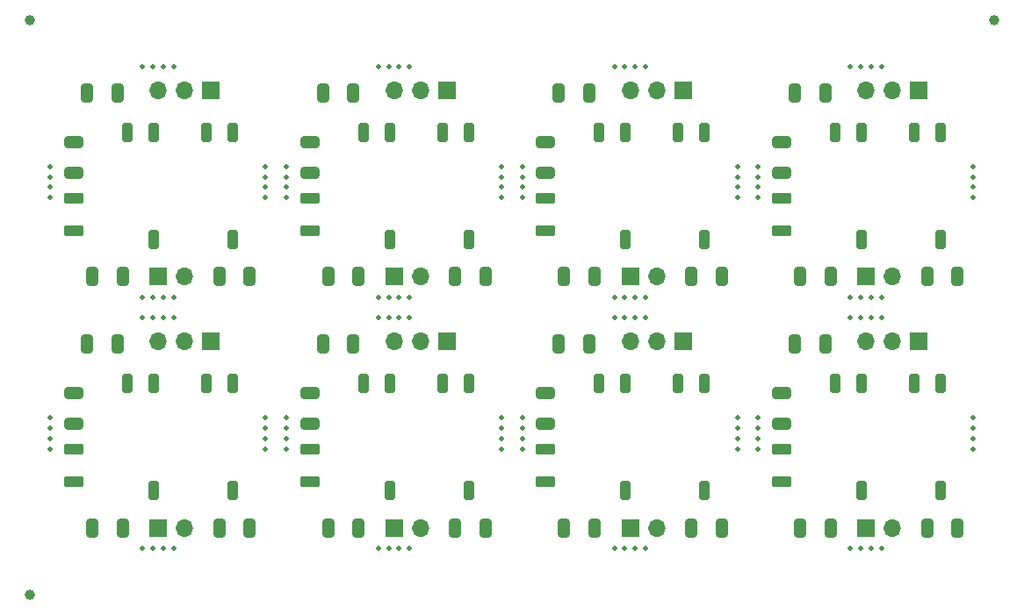
<source format=gbr>
%TF.GenerationSoftware,KiCad,Pcbnew,8.0.6*%
%TF.CreationDate,2024-11-11T11:34:17+07:00*%
%TF.ProjectId,HV-BOARD - pannel,48562d42-4f41-4524-9420-2d2070616e6e,rev?*%
%TF.SameCoordinates,Original*%
%TF.FileFunction,Soldermask,Top*%
%TF.FilePolarity,Negative*%
%FSLAX46Y46*%
G04 Gerber Fmt 4.6, Leading zero omitted, Abs format (unit mm)*
G04 Created by KiCad (PCBNEW 8.0.6) date 2024-11-11 11:34:17*
%MOMM*%
%LPD*%
G01*
G04 APERTURE LIST*
G04 Aperture macros list*
%AMRoundRect*
0 Rectangle with rounded corners*
0 $1 Rounding radius*
0 $2 $3 $4 $5 $6 $7 $8 $9 X,Y pos of 4 corners*
0 Add a 4 corners polygon primitive as box body*
4,1,4,$2,$3,$4,$5,$6,$7,$8,$9,$2,$3,0*
0 Add four circle primitives for the rounded corners*
1,1,$1+$1,$2,$3*
1,1,$1+$1,$4,$5*
1,1,$1+$1,$6,$7*
1,1,$1+$1,$8,$9*
0 Add four rect primitives between the rounded corners*
20,1,$1+$1,$2,$3,$4,$5,0*
20,1,$1+$1,$4,$5,$6,$7,0*
20,1,$1+$1,$6,$7,$8,$9,0*
20,1,$1+$1,$8,$9,$2,$3,0*%
G04 Aperture macros list end*
%ADD10C,0.500000*%
%ADD11RoundRect,0.250000X0.250000X0.675000X-0.250000X0.675000X-0.250000X-0.675000X0.250000X-0.675000X0*%
%ADD12RoundRect,0.250000X-0.325000X-0.650000X0.325000X-0.650000X0.325000X0.650000X-0.325000X0.650000X0*%
%ADD13RoundRect,0.250000X0.325000X0.650000X-0.325000X0.650000X-0.325000X-0.650000X0.325000X-0.650000X0*%
%ADD14RoundRect,0.250000X-0.650000X0.325000X-0.650000X-0.325000X0.650000X-0.325000X0.650000X0.325000X0*%
%ADD15RoundRect,0.250000X0.700000X-0.275000X0.700000X0.275000X-0.700000X0.275000X-0.700000X-0.275000X0*%
%ADD16C,1.000000*%
%ADD17R,1.700000X1.700000*%
%ADD18O,1.700000X1.700000*%
G04 APERTURE END LIST*
D10*
%TO.C,KiKit_MB_7_4*%
X41624998Y-7000001D03*
%TD*%
%TO.C,KiKit_MB_3_2*%
X16875000Y-7000001D03*
%TD*%
%TO.C,KiKit_MB_25_1*%
X52499998Y-43875000D03*
%TD*%
D11*
%TO.C,B1*%
X70079996Y-37575001D03*
X67539996Y-37575001D03*
X62459996Y-37575001D03*
X59919996Y-37575001D03*
X62459996Y-47925001D03*
X70079996Y-47925001D03*
%TD*%
D10*
%TO.C,KiKit_MB_16_3*%
X85124996Y-29250000D03*
%TD*%
%TO.C,KiKit_MB_30_4*%
X95999995Y-43875000D03*
%TD*%
D12*
%TO.C,C10*%
X33774997Y-51500001D03*
X36724997Y-51500001D03*
%TD*%
%TO.C,C12*%
X33274997Y-9500001D03*
X36224997Y-9500001D03*
%TD*%
D13*
%TO.C,C13*%
X48974997Y-51500001D03*
X46024997Y-51500001D03*
%TD*%
D10*
%TO.C,KiKit_MB_16_2*%
X86124996Y-29250000D03*
%TD*%
%TO.C,KiKit_MB_3_1*%
X15875000Y-7000001D03*
%TD*%
%TO.C,KiKit_MB_31_2*%
X85124996Y-31250000D03*
%TD*%
%TO.C,KiKit_MB_10_4*%
X73249996Y-19625000D03*
%TD*%
%TO.C,KiKit_MB_30_3*%
X95999995Y-42875000D03*
%TD*%
D14*
%TO.C,C11*%
X9249998Y-38525001D03*
X9249998Y-41475001D03*
%TD*%
D10*
%TO.C,KiKit_MB_4_3*%
X16875000Y-29250000D03*
%TD*%
%TO.C,KiKit_MB_12_3*%
X62374997Y-29250000D03*
%TD*%
%TO.C,KiKit_MB_26_3*%
X73249996Y-42875000D03*
%TD*%
%TO.C,KiKit_MB_29_2*%
X75249997Y-42875000D03*
%TD*%
%TO.C,KiKit_MB_6_3*%
X50499997Y-18625000D03*
%TD*%
D15*
%TO.C,L1*%
X54749996Y-22825001D03*
X54749996Y-19675001D03*
%TD*%
D11*
%TO.C,B1*%
X92829995Y-13325001D03*
X90289995Y-13325001D03*
X85209995Y-13325001D03*
X82669995Y-13325001D03*
X85209995Y-23675001D03*
X92829995Y-23675001D03*
%TD*%
D12*
%TO.C,C12*%
X10524998Y-33750001D03*
X13474998Y-33750001D03*
%TD*%
D10*
%TO.C,KiKit_MB_17_1*%
X7000001Y-43875000D03*
%TD*%
%TO.C,KiKit_MB_3_3*%
X17874999Y-7000001D03*
%TD*%
%TO.C,KiKit_MB_24_3*%
X39624998Y-53500000D03*
%TD*%
%TO.C,KiKit_MB_11_4*%
X64374997Y-7000001D03*
%TD*%
%TO.C,KiKit_MB_25_4*%
X52499998Y-40875000D03*
%TD*%
D13*
%TO.C,C13*%
X71724996Y-27250001D03*
X68774996Y-27250001D03*
%TD*%
D10*
%TO.C,KiKit_MB_18_1*%
X27749998Y-40875000D03*
%TD*%
%TO.C,KiKit_MB_25_2*%
X52499998Y-42875000D03*
%TD*%
%TO.C,KiKit_MB_29_4*%
X75249997Y-40875000D03*
%TD*%
%TO.C,KiKit_MB_22_3*%
X50499997Y-42875000D03*
%TD*%
%TO.C,KiKit_MB_4_4*%
X15875000Y-29250000D03*
%TD*%
%TO.C,KiKit_MB_8_2*%
X40624998Y-29250000D03*
%TD*%
%TO.C,KiKit_MB_27_1*%
X61374997Y-31250000D03*
%TD*%
D12*
%TO.C,C10*%
X11024998Y-51500001D03*
X13974998Y-51500001D03*
%TD*%
D15*
%TO.C,L1*%
X9249998Y-22825001D03*
X9249998Y-19675001D03*
%TD*%
D10*
%TO.C,KiKit_MB_19_2*%
X16875000Y-31250000D03*
%TD*%
%TO.C,KiKit_MB_27_3*%
X63374997Y-31250000D03*
%TD*%
D11*
%TO.C,B1*%
X47329997Y-13325001D03*
X44789997Y-13325001D03*
X39709997Y-13325001D03*
X37169997Y-13325001D03*
X39709997Y-23675001D03*
X47329997Y-23675001D03*
%TD*%
D10*
%TO.C,KiKit_MB_24_1*%
X41624998Y-53500000D03*
%TD*%
%TO.C,KiKit_MB_21_1*%
X29749999Y-43875000D03*
%TD*%
%TO.C,KiKit_MB_14_1*%
X95999995Y-16625001D03*
%TD*%
%TO.C,KiKit_MB_19_1*%
X15875000Y-31250000D03*
%TD*%
%TO.C,KiKit_MB_8_3*%
X39624998Y-29250000D03*
%TD*%
D12*
%TO.C,C12*%
X33274997Y-33750001D03*
X36224997Y-33750001D03*
%TD*%
D10*
%TO.C,KiKit_MB_15_2*%
X85124996Y-7000001D03*
%TD*%
%TO.C,KiKit_MB_11_3*%
X63374997Y-7000001D03*
%TD*%
D14*
%TO.C,C11*%
X31999997Y-14275001D03*
X31999997Y-17225001D03*
%TD*%
D13*
%TO.C,C13*%
X94474995Y-27250001D03*
X91524995Y-27250001D03*
%TD*%
D10*
%TO.C,KiKit_MB_5_4*%
X29749999Y-16625001D03*
%TD*%
D12*
%TO.C,C12*%
X56024996Y-9500001D03*
X58974996Y-9500001D03*
%TD*%
D10*
%TO.C,KiKit_MB_19_4*%
X18874999Y-31250000D03*
%TD*%
D12*
%TO.C,C10*%
X56524996Y-51500001D03*
X59474996Y-51500001D03*
%TD*%
D10*
%TO.C,KiKit_MB_23_2*%
X39624998Y-31250000D03*
%TD*%
%TO.C,KiKit_MB_29_1*%
X75249997Y-43875000D03*
%TD*%
%TO.C,KiKit_MB_4_1*%
X18874999Y-29250000D03*
%TD*%
%TO.C,KiKit_MB_24_4*%
X38624998Y-53500000D03*
%TD*%
D11*
%TO.C,B1*%
X24579998Y-37575001D03*
X22039998Y-37575001D03*
X16959998Y-37575001D03*
X14419998Y-37575001D03*
X16959998Y-47925001D03*
X24579998Y-47925001D03*
%TD*%
D10*
%TO.C,KiKit_MB_1_4*%
X7000001Y-16625001D03*
%TD*%
D14*
%TO.C,C11*%
X77499995Y-14275001D03*
X77499995Y-17225001D03*
%TD*%
D10*
%TO.C,KiKit_MB_20_4*%
X15875000Y-53500000D03*
%TD*%
%TO.C,KiKit_MB_31_1*%
X84124996Y-31250000D03*
%TD*%
D12*
%TO.C,C10*%
X33774997Y-27250001D03*
X36724997Y-27250001D03*
%TD*%
D10*
%TO.C,KiKit_MB_13_4*%
X75249997Y-16625001D03*
%TD*%
%TO.C,KiKit_MB_1_3*%
X7000001Y-17625001D03*
%TD*%
%TO.C,KiKit_MB_23_1*%
X38624998Y-31250000D03*
%TD*%
%TO.C,KiKit_MB_10_2*%
X73249996Y-17625001D03*
%TD*%
%TO.C,KiKit_MB_11_2*%
X62374997Y-7000001D03*
%TD*%
D14*
%TO.C,C11*%
X77499995Y-38525001D03*
X77499995Y-41475001D03*
%TD*%
D12*
%TO.C,C12*%
X78774995Y-9500001D03*
X81724995Y-9500001D03*
%TD*%
D10*
%TO.C,KiKit_MB_14_2*%
X95999995Y-17625001D03*
%TD*%
D13*
%TO.C,C13*%
X71724996Y-51500001D03*
X68774996Y-51500001D03*
%TD*%
D10*
%TO.C,KiKit_MB_30_2*%
X95999995Y-41875000D03*
%TD*%
D13*
%TO.C,C13*%
X94474995Y-51500001D03*
X91524995Y-51500001D03*
%TD*%
D10*
%TO.C,KiKit_MB_14_4*%
X95999995Y-19625000D03*
%TD*%
%TO.C,KiKit_MB_16_1*%
X87124996Y-29250000D03*
%TD*%
D12*
%TO.C,C12*%
X78774995Y-33750001D03*
X81724995Y-33750001D03*
%TD*%
D10*
%TO.C,KiKit_MB_9_1*%
X52499998Y-19625000D03*
%TD*%
%TO.C,KiKit_MB_22_1*%
X50499997Y-40875000D03*
%TD*%
%TO.C,KiKit_MB_7_2*%
X39624998Y-7000001D03*
%TD*%
D13*
%TO.C,C13*%
X48974997Y-27250001D03*
X46024997Y-27250001D03*
%TD*%
D15*
%TO.C,L1*%
X31999997Y-22825001D03*
X31999997Y-19675001D03*
%TD*%
D10*
%TO.C,KiKit_MB_8_4*%
X38624998Y-29250000D03*
%TD*%
%TO.C,KiKit_MB_28_3*%
X62374997Y-53500000D03*
%TD*%
%TO.C,KiKit_MB_10_1*%
X73249996Y-16625001D03*
%TD*%
%TO.C,KiKit_MB_9_4*%
X52499998Y-16625001D03*
%TD*%
D12*
%TO.C,C10*%
X11024998Y-27250001D03*
X13974998Y-27250001D03*
%TD*%
D10*
%TO.C,KiKit_MB_17_2*%
X7000001Y-42875000D03*
%TD*%
D14*
%TO.C,C11*%
X54749996Y-14275001D03*
X54749996Y-17225001D03*
%TD*%
D10*
%TO.C,KiKit_MB_2_3*%
X27749998Y-18625000D03*
%TD*%
%TO.C,KiKit_MB_21_3*%
X29749999Y-41875000D03*
%TD*%
D12*
%TO.C,C12*%
X10524998Y-9500001D03*
X13474998Y-9500001D03*
%TD*%
D10*
%TO.C,KiKit_MB_17_3*%
X7000001Y-41875000D03*
%TD*%
%TO.C,KiKit_MB_7_1*%
X38624998Y-7000001D03*
%TD*%
%TO.C,KiKit_MB_5_2*%
X29749999Y-18625000D03*
%TD*%
%TO.C,KiKit_MB_15_3*%
X86124996Y-7000001D03*
%TD*%
%TO.C,KiKit_MB_10_3*%
X73249996Y-18625000D03*
%TD*%
%TO.C,KiKit_MB_20_2*%
X17874999Y-53500000D03*
%TD*%
%TO.C,KiKit_MB_31_4*%
X87124996Y-31250000D03*
%TD*%
D15*
%TO.C,L1*%
X31999997Y-47075001D03*
X31999997Y-43925001D03*
%TD*%
D10*
%TO.C,KiKit_MB_1_2*%
X7000001Y-18625000D03*
%TD*%
%TO.C,KiKit_MB_22_4*%
X50499997Y-43875000D03*
%TD*%
%TO.C,KiKit_MB_31_3*%
X86124996Y-31250000D03*
%TD*%
%TO.C,KiKit_MB_27_2*%
X62374997Y-31250000D03*
%TD*%
D12*
%TO.C,C10*%
X56524996Y-27250001D03*
X59474996Y-27250001D03*
%TD*%
D16*
%TO.C,KiKit_FID_T_2*%
X97999995Y-2500000D03*
%TD*%
D10*
%TO.C,KiKit_MB_2_4*%
X27749998Y-19625000D03*
%TD*%
%TO.C,KiKit_MB_7_3*%
X40624998Y-7000001D03*
%TD*%
%TO.C,KiKit_MB_13_2*%
X75249997Y-18625000D03*
%TD*%
%TO.C,KiKit_MB_15_1*%
X84124996Y-7000001D03*
%TD*%
D12*
%TO.C,C10*%
X79274995Y-51500001D03*
X82224995Y-51500001D03*
%TD*%
D10*
%TO.C,KiKit_MB_5_3*%
X29749999Y-17625001D03*
%TD*%
%TO.C,KiKit_MB_12_1*%
X64374997Y-29250000D03*
%TD*%
%TO.C,KiKit_MB_32_4*%
X84124996Y-53500000D03*
%TD*%
D11*
%TO.C,B1*%
X47329997Y-37575001D03*
X44789997Y-37575001D03*
X39709997Y-37575001D03*
X37169997Y-37575001D03*
X39709997Y-47925001D03*
X47329997Y-47925001D03*
%TD*%
D10*
%TO.C,KiKit_MB_1_1*%
X7000001Y-19625000D03*
%TD*%
%TO.C,KiKit_MB_3_4*%
X18874999Y-7000001D03*
%TD*%
%TO.C,KiKit_MB_12_4*%
X61374997Y-29250000D03*
%TD*%
%TO.C,KiKit_MB_26_4*%
X73249996Y-43875000D03*
%TD*%
%TO.C,KiKit_MB_21_4*%
X29749999Y-40875000D03*
%TD*%
%TO.C,KiKit_MB_32_1*%
X87124996Y-53500000D03*
%TD*%
D16*
%TO.C,KiKit_FID_T_1*%
X5000000Y-2500000D03*
%TD*%
D10*
%TO.C,KiKit_MB_27_4*%
X64374997Y-31250000D03*
%TD*%
%TO.C,KiKit_MB_18_3*%
X27749998Y-42875000D03*
%TD*%
D13*
%TO.C,C13*%
X26224998Y-27250001D03*
X23274998Y-27250001D03*
%TD*%
D10*
%TO.C,KiKit_MB_29_3*%
X75249997Y-41875000D03*
%TD*%
%TO.C,KiKit_MB_30_1*%
X95999995Y-40875000D03*
%TD*%
%TO.C,KiKit_MB_20_1*%
X18874999Y-53500000D03*
%TD*%
%TO.C,KiKit_MB_19_3*%
X17874999Y-31250000D03*
%TD*%
%TO.C,KiKit_MB_5_1*%
X29749999Y-19625000D03*
%TD*%
%TO.C,KiKit_MB_11_1*%
X61374997Y-7000001D03*
%TD*%
%TO.C,KiKit_MB_28_1*%
X64374997Y-53500000D03*
%TD*%
%TO.C,KiKit_MB_22_2*%
X50499997Y-41875000D03*
%TD*%
%TO.C,KiKit_MB_26_2*%
X73249996Y-41875000D03*
%TD*%
%TO.C,KiKit_MB_4_2*%
X17874999Y-29250000D03*
%TD*%
D15*
%TO.C,L1*%
X77499995Y-47075001D03*
X77499995Y-43925001D03*
%TD*%
D10*
%TO.C,KiKit_MB_9_3*%
X52499998Y-17625001D03*
%TD*%
%TO.C,KiKit_MB_6_4*%
X50499997Y-19625000D03*
%TD*%
%TO.C,KiKit_MB_13_3*%
X75249997Y-17625001D03*
%TD*%
D15*
%TO.C,L1*%
X9249998Y-47075001D03*
X9249998Y-43925001D03*
%TD*%
D10*
%TO.C,KiKit_MB_32_2*%
X86124996Y-53500000D03*
%TD*%
%TO.C,KiKit_MB_15_4*%
X87124996Y-7000001D03*
%TD*%
%TO.C,KiKit_MB_26_1*%
X73249996Y-40875000D03*
%TD*%
%TO.C,KiKit_MB_13_1*%
X75249997Y-19625000D03*
%TD*%
%TO.C,KiKit_MB_2_2*%
X27749998Y-17625001D03*
%TD*%
%TO.C,KiKit_MB_17_4*%
X7000001Y-40875000D03*
%TD*%
%TO.C,KiKit_MB_9_2*%
X52499998Y-18625000D03*
%TD*%
D11*
%TO.C,B1*%
X92829995Y-37575001D03*
X90289995Y-37575001D03*
X85209995Y-37575001D03*
X82669995Y-37575001D03*
X85209995Y-47925001D03*
X92829995Y-47925001D03*
%TD*%
D10*
%TO.C,KiKit_MB_14_3*%
X95999995Y-18625000D03*
%TD*%
D12*
%TO.C,C10*%
X79274995Y-27250001D03*
X82224995Y-27250001D03*
%TD*%
D10*
%TO.C,KiKit_MB_24_2*%
X40624998Y-53500000D03*
%TD*%
%TO.C,KiKit_MB_6_2*%
X50499997Y-17625001D03*
%TD*%
%TO.C,KiKit_MB_6_1*%
X50499997Y-16625001D03*
%TD*%
%TO.C,KiKit_MB_2_1*%
X27749998Y-16625001D03*
%TD*%
%TO.C,KiKit_MB_32_3*%
X85124996Y-53500000D03*
%TD*%
%TO.C,KiKit_MB_16_4*%
X84124996Y-29250000D03*
%TD*%
%TO.C,KiKit_MB_28_4*%
X61374997Y-53500000D03*
%TD*%
%TO.C,KiKit_MB_20_3*%
X16875000Y-53500000D03*
%TD*%
D12*
%TO.C,C12*%
X56024996Y-33750001D03*
X58974996Y-33750001D03*
%TD*%
D10*
%TO.C,KiKit_MB_12_2*%
X63374997Y-29250000D03*
%TD*%
%TO.C,KiKit_MB_8_1*%
X41624998Y-29250000D03*
%TD*%
D14*
%TO.C,C11*%
X31999997Y-38525001D03*
X31999997Y-41475001D03*
%TD*%
D10*
%TO.C,KiKit_MB_18_4*%
X27749998Y-43875000D03*
%TD*%
%TO.C,KiKit_MB_18_2*%
X27749998Y-41875000D03*
%TD*%
D14*
%TO.C,C11*%
X54749996Y-38525001D03*
X54749996Y-41475001D03*
%TD*%
D10*
%TO.C,KiKit_MB_25_3*%
X52499998Y-41875000D03*
%TD*%
D13*
%TO.C,C13*%
X26224998Y-51500001D03*
X23274998Y-51500001D03*
%TD*%
D10*
%TO.C,KiKit_MB_28_2*%
X63374997Y-53500000D03*
%TD*%
D11*
%TO.C,B1*%
X24579998Y-13325001D03*
X22039998Y-13325001D03*
X16959998Y-13325001D03*
X14419998Y-13325001D03*
X16959998Y-23675001D03*
X24579998Y-23675001D03*
%TD*%
D10*
%TO.C,KiKit_MB_23_3*%
X40624998Y-31250000D03*
%TD*%
D16*
%TO.C,KiKit_FID_T_3*%
X5000000Y-58000001D03*
%TD*%
D10*
%TO.C,KiKit_MB_21_2*%
X29749999Y-42875000D03*
%TD*%
%TO.C,KiKit_MB_23_4*%
X41624998Y-31250000D03*
%TD*%
D15*
%TO.C,L1*%
X77499995Y-22825001D03*
X77499995Y-19675001D03*
%TD*%
%TO.C,L1*%
X54749996Y-47075001D03*
X54749996Y-43925001D03*
%TD*%
D11*
%TO.C,B1*%
X70079996Y-13325001D03*
X67539996Y-13325001D03*
X62459996Y-13325001D03*
X59919996Y-13325001D03*
X62459996Y-23675001D03*
X70079996Y-23675001D03*
%TD*%
D14*
%TO.C,C11*%
X9249998Y-14275001D03*
X9249998Y-17225001D03*
%TD*%
D17*
%TO.C,J5*%
X90749995Y-33500001D03*
D18*
X88209995Y-33500001D03*
X85669995Y-33500001D03*
%TD*%
D17*
%TO.C,J5*%
X22499998Y-9250001D03*
D18*
X19959998Y-9250001D03*
X17419998Y-9250001D03*
%TD*%
D17*
%TO.C,J5*%
X67999996Y-9250001D03*
D18*
X65459996Y-9250001D03*
X62919996Y-9250001D03*
%TD*%
D17*
%TO.C,J7*%
X40169997Y-51500001D03*
D18*
X42709997Y-51500001D03*
%TD*%
D17*
%TO.C,J5*%
X22499998Y-33500001D03*
D18*
X19959998Y-33500001D03*
X17419998Y-33500001D03*
%TD*%
D17*
%TO.C,J7*%
X17419998Y-51500001D03*
D18*
X19959998Y-51500001D03*
%TD*%
D17*
%TO.C,J5*%
X67999996Y-33500001D03*
D18*
X65459996Y-33500001D03*
X62919996Y-33500001D03*
%TD*%
D17*
%TO.C,J5*%
X45249997Y-33500001D03*
D18*
X42709997Y-33500001D03*
X40169997Y-33500001D03*
%TD*%
D17*
%TO.C,J7*%
X85669995Y-27250001D03*
D18*
X88209995Y-27250001D03*
%TD*%
D17*
%TO.C,J7*%
X40169997Y-27250001D03*
D18*
X42709997Y-27250001D03*
%TD*%
D17*
%TO.C,J5*%
X45249997Y-9250001D03*
D18*
X42709997Y-9250001D03*
X40169997Y-9250001D03*
%TD*%
D17*
%TO.C,J7*%
X62919996Y-51500001D03*
D18*
X65459996Y-51500001D03*
%TD*%
D17*
%TO.C,J7*%
X62919996Y-27250001D03*
D18*
X65459996Y-27250001D03*
%TD*%
D17*
%TO.C,J5*%
X90749995Y-9250001D03*
D18*
X88209995Y-9250001D03*
X85669995Y-9250001D03*
%TD*%
D17*
%TO.C,J7*%
X85669995Y-51500001D03*
D18*
X88209995Y-51500001D03*
%TD*%
D17*
%TO.C,J7*%
X17419998Y-27250001D03*
D18*
X19959998Y-27250001D03*
%TD*%
M02*

</source>
